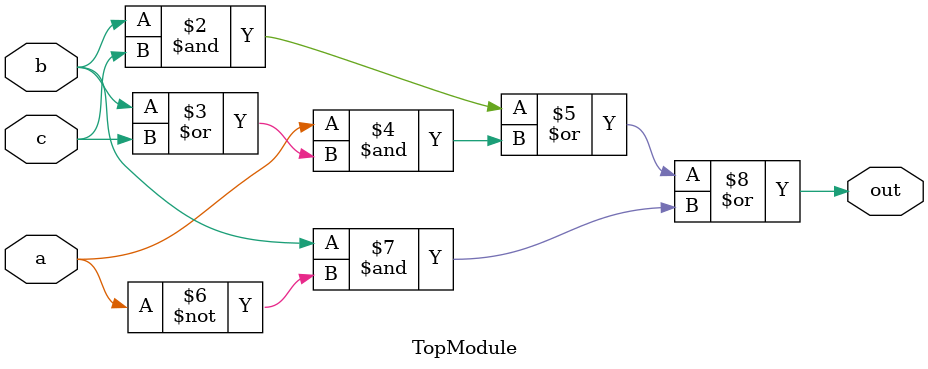
<source format=sv>
module TopModule (
    input  logic a,
    input  logic b,
    input  logic c,
    output logic out
);

    // Combinational logic derived from the Karnaugh map
    always @(*) begin
        out = (b & c) | (a & (b | c)) | (b & ~a);
    end

endmodule
</source>
